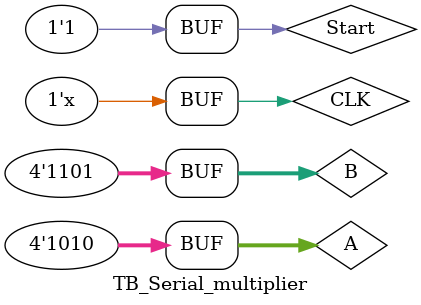
<source format=v>
`timescale 1ns / 1ps


module TB_Serial_multiplier();
reg CLK = 0, Start = 1;
reg[3:0] A = 10, B = 13;
wire[7:0]P;
wire Done;

Serial_multiplier DUT (.clk(CLK), .Start(Start), .A(A), .B(B), .P(P), .Done(Done));

always begin 
    #5 CLK = ~CLK;
    end
  
initial begin
    #1 Start = 0;
    #5 Start = 1;
    end
    
endmodule

</source>
